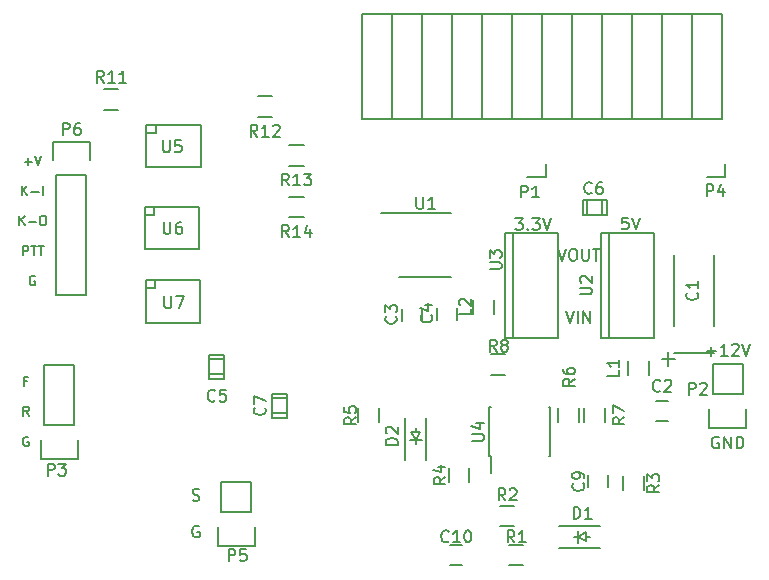
<source format=gto>
G04 #@! TF.FileFunction,Legend,Top*
%FSLAX46Y46*%
G04 Gerber Fmt 4.6, Leading zero omitted, Abs format (unit mm)*
G04 Created by KiCad (PCBNEW 4.0.1-stable) date 24/01/2016 09:13:41*
%MOMM*%
G01*
G04 APERTURE LIST*
%ADD10C,0.100000*%
%ADD11C,0.150000*%
%ADD12C,0.127000*%
G04 APERTURE END LIST*
D10*
D11*
X101142881Y-104641643D02*
X101752405Y-104641643D01*
X101447643Y-104946405D02*
X101447643Y-104336881D01*
X102019071Y-104146405D02*
X102285738Y-104946405D01*
X102552405Y-104146405D01*
X100895262Y-107486405D02*
X100895262Y-106686405D01*
X101352405Y-107486405D02*
X101009548Y-107029262D01*
X101352405Y-106686405D02*
X100895262Y-107143548D01*
X101695262Y-107181643D02*
X102304786Y-107181643D01*
X102685738Y-107486405D02*
X102685738Y-106686405D01*
X100666691Y-110026405D02*
X100666691Y-109226405D01*
X101123834Y-110026405D02*
X100780977Y-109569262D01*
X101123834Y-109226405D02*
X100666691Y-109683548D01*
X101466691Y-109721643D02*
X102076215Y-109721643D01*
X102609548Y-109226405D02*
X102761929Y-109226405D01*
X102838120Y-109264500D01*
X102914310Y-109340690D01*
X102952405Y-109493071D01*
X102952405Y-109759738D01*
X102914310Y-109912119D01*
X102838120Y-109988310D01*
X102761929Y-110026405D01*
X102609548Y-110026405D01*
X102533358Y-109988310D01*
X102457167Y-109912119D01*
X102419072Y-109759738D01*
X102419072Y-109493071D01*
X102457167Y-109340690D01*
X102533358Y-109264500D01*
X102609548Y-109226405D01*
X100971452Y-112566405D02*
X100971452Y-111766405D01*
X101276214Y-111766405D01*
X101352405Y-111804500D01*
X101390500Y-111842595D01*
X101428595Y-111918786D01*
X101428595Y-112033071D01*
X101390500Y-112109262D01*
X101352405Y-112147357D01*
X101276214Y-112185452D01*
X100971452Y-112185452D01*
X101657166Y-111766405D02*
X102114309Y-111766405D01*
X101885738Y-112566405D02*
X101885738Y-111766405D01*
X102266690Y-111766405D02*
X102723833Y-111766405D01*
X102495262Y-112566405D02*
X102495262Y-111766405D01*
X102000024Y-114344500D02*
X101923833Y-114306405D01*
X101809548Y-114306405D01*
X101695262Y-114344500D01*
X101619071Y-114420690D01*
X101580976Y-114496881D01*
X101542881Y-114649262D01*
X101542881Y-114763548D01*
X101580976Y-114915929D01*
X101619071Y-114992119D01*
X101695262Y-115068310D01*
X101809548Y-115106405D01*
X101885738Y-115106405D01*
X102000024Y-115068310D01*
X102038119Y-115030214D01*
X102038119Y-114763548D01*
X101885738Y-114763548D01*
X146288095Y-112002381D02*
X146621428Y-113002381D01*
X146954762Y-112002381D01*
X147478571Y-112002381D02*
X147669048Y-112002381D01*
X147764286Y-112050000D01*
X147859524Y-112145238D01*
X147907143Y-112335714D01*
X147907143Y-112669048D01*
X147859524Y-112859524D01*
X147764286Y-112954762D01*
X147669048Y-113002381D01*
X147478571Y-113002381D01*
X147383333Y-112954762D01*
X147288095Y-112859524D01*
X147240476Y-112669048D01*
X147240476Y-112335714D01*
X147288095Y-112145238D01*
X147383333Y-112050000D01*
X147478571Y-112002381D01*
X148335714Y-112002381D02*
X148335714Y-112811905D01*
X148383333Y-112907143D01*
X148430952Y-112954762D01*
X148526190Y-113002381D01*
X148716667Y-113002381D01*
X148811905Y-112954762D01*
X148859524Y-112907143D01*
X148907143Y-112811905D01*
X148907143Y-112002381D01*
X149240476Y-112002381D02*
X149811905Y-112002381D01*
X149526190Y-113002381D02*
X149526190Y-112002381D01*
X146954762Y-117252381D02*
X147288095Y-118252381D01*
X147621429Y-117252381D01*
X147954762Y-118252381D02*
X147954762Y-117252381D01*
X148430952Y-118252381D02*
X148430952Y-117252381D01*
X149002381Y-118252381D01*
X149002381Y-117252381D01*
X115347786Y-133284262D02*
X115490643Y-133331881D01*
X115728739Y-133331881D01*
X115823977Y-133284262D01*
X115871596Y-133236643D01*
X115919215Y-133141405D01*
X115919215Y-133046167D01*
X115871596Y-132950929D01*
X115823977Y-132903310D01*
X115728739Y-132855690D01*
X115538262Y-132808071D01*
X115443024Y-132760452D01*
X115395405Y-132712833D01*
X115347786Y-132617595D01*
X115347786Y-132522357D01*
X115395405Y-132427119D01*
X115443024Y-132379500D01*
X115538262Y-132331881D01*
X115776358Y-132331881D01*
X115919215Y-132379500D01*
X115895405Y-135479500D02*
X115800167Y-135431881D01*
X115657310Y-135431881D01*
X115514452Y-135479500D01*
X115419214Y-135574738D01*
X115371595Y-135669976D01*
X115323976Y-135860452D01*
X115323976Y-136003310D01*
X115371595Y-136193786D01*
X115419214Y-136289024D01*
X115514452Y-136384262D01*
X115657310Y-136431881D01*
X115752548Y-136431881D01*
X115895405Y-136384262D01*
X115943024Y-136336643D01*
X115943024Y-136003310D01*
X115752548Y-136003310D01*
X101333286Y-123196357D02*
X101066619Y-123196357D01*
X101066619Y-123615405D02*
X101066619Y-122815405D01*
X101447572Y-122815405D01*
X101466619Y-126155405D02*
X101199952Y-125774452D01*
X101009476Y-126155405D02*
X101009476Y-125355405D01*
X101314238Y-125355405D01*
X101390429Y-125393500D01*
X101428524Y-125431595D01*
X101466619Y-125507786D01*
X101466619Y-125622071D01*
X101428524Y-125698262D01*
X101390429Y-125736357D01*
X101314238Y-125774452D01*
X101009476Y-125774452D01*
X101428524Y-127933500D02*
X101352333Y-127895405D01*
X101238048Y-127895405D01*
X101123762Y-127933500D01*
X101047571Y-128009690D01*
X101009476Y-128085881D01*
X100971381Y-128238262D01*
X100971381Y-128352548D01*
X101009476Y-128504929D01*
X101047571Y-128581119D01*
X101123762Y-128657310D01*
X101238048Y-128695405D01*
X101314238Y-128695405D01*
X101428524Y-128657310D01*
X101466619Y-128619214D01*
X101466619Y-128352548D01*
X101314238Y-128352548D01*
X152209524Y-109352381D02*
X151733333Y-109352381D01*
X151685714Y-109828571D01*
X151733333Y-109780952D01*
X151828571Y-109733333D01*
X152066667Y-109733333D01*
X152161905Y-109780952D01*
X152209524Y-109828571D01*
X152257143Y-109923810D01*
X152257143Y-110161905D01*
X152209524Y-110257143D01*
X152161905Y-110304762D01*
X152066667Y-110352381D01*
X151828571Y-110352381D01*
X151733333Y-110304762D01*
X151685714Y-110257143D01*
X152542857Y-109352381D02*
X152876190Y-110352381D01*
X153209524Y-109352381D01*
X142673810Y-109402381D02*
X143292858Y-109402381D01*
X142959524Y-109783333D01*
X143102382Y-109783333D01*
X143197620Y-109830952D01*
X143245239Y-109878571D01*
X143292858Y-109973810D01*
X143292858Y-110211905D01*
X143245239Y-110307143D01*
X143197620Y-110354762D01*
X143102382Y-110402381D01*
X142816667Y-110402381D01*
X142721429Y-110354762D01*
X142673810Y-110307143D01*
X143721429Y-110307143D02*
X143769048Y-110354762D01*
X143721429Y-110402381D01*
X143673810Y-110354762D01*
X143721429Y-110307143D01*
X143721429Y-110402381D01*
X144102381Y-109402381D02*
X144721429Y-109402381D01*
X144388095Y-109783333D01*
X144530953Y-109783333D01*
X144626191Y-109830952D01*
X144673810Y-109878571D01*
X144721429Y-109973810D01*
X144721429Y-110211905D01*
X144673810Y-110307143D01*
X144626191Y-110354762D01*
X144530953Y-110402381D01*
X144245238Y-110402381D01*
X144150000Y-110354762D01*
X144102381Y-110307143D01*
X145007143Y-109402381D02*
X145340476Y-110402381D01*
X145673810Y-109402381D01*
X159888096Y-127950000D02*
X159792858Y-127902381D01*
X159650001Y-127902381D01*
X159507143Y-127950000D01*
X159411905Y-128045238D01*
X159364286Y-128140476D01*
X159316667Y-128330952D01*
X159316667Y-128473810D01*
X159364286Y-128664286D01*
X159411905Y-128759524D01*
X159507143Y-128854762D01*
X159650001Y-128902381D01*
X159745239Y-128902381D01*
X159888096Y-128854762D01*
X159935715Y-128807143D01*
X159935715Y-128473810D01*
X159745239Y-128473810D01*
X160364286Y-128902381D02*
X160364286Y-127902381D01*
X160935715Y-128902381D01*
X160935715Y-127902381D01*
X161411905Y-128902381D02*
X161411905Y-127902381D01*
X161650000Y-127902381D01*
X161792858Y-127950000D01*
X161888096Y-128045238D01*
X161935715Y-128140476D01*
X161983334Y-128330952D01*
X161983334Y-128473810D01*
X161935715Y-128664286D01*
X161888096Y-128759524D01*
X161792858Y-128854762D01*
X161650000Y-128902381D01*
X161411905Y-128902381D01*
X158888095Y-120671429D02*
X159650000Y-120671429D01*
X159269048Y-121052381D02*
X159269048Y-120290476D01*
X160650000Y-121052381D02*
X160078571Y-121052381D01*
X160364285Y-121052381D02*
X160364285Y-120052381D01*
X160269047Y-120195238D01*
X160173809Y-120290476D01*
X160078571Y-120338095D01*
X161030952Y-120147619D02*
X161078571Y-120100000D01*
X161173809Y-120052381D01*
X161411905Y-120052381D01*
X161507143Y-120100000D01*
X161554762Y-120147619D01*
X161602381Y-120242857D01*
X161602381Y-120338095D01*
X161554762Y-120480952D01*
X160983333Y-121052381D01*
X161602381Y-121052381D01*
X161888095Y-120052381D02*
X162221428Y-121052381D01*
X162554762Y-120052381D01*
X156100740Y-120800180D02*
X159499260Y-120800180D01*
X159499260Y-112550260D02*
X159499260Y-118549740D01*
X156100740Y-112550260D02*
X156100740Y-118549740D01*
X155097440Y-121303100D02*
X156197260Y-121303100D01*
X155597820Y-121902540D02*
X155597820Y-120703660D01*
X137750000Y-118050000D02*
X137750000Y-117050000D01*
X136050000Y-117050000D02*
X136050000Y-118050000D01*
X134750000Y-118100000D02*
X134750000Y-117100000D01*
X133050000Y-117100000D02*
X133050000Y-118100000D01*
X155600000Y-124900000D02*
X154600000Y-124900000D01*
X154600000Y-126600000D02*
X155600000Y-126600000D01*
D12*
X116776500Y-121348500D02*
X118046500Y-121348500D01*
X116776500Y-122618500D02*
X118021100Y-122618500D01*
X116776500Y-122999500D02*
X116776500Y-120967500D01*
X116776500Y-120967500D02*
X118046500Y-120967500D01*
X118046500Y-120967500D02*
X118046500Y-122999500D01*
X118046500Y-122999500D02*
X116776500Y-122999500D01*
X148765000Y-109135000D02*
X148765000Y-107865000D01*
X150035000Y-109135000D02*
X150035000Y-107890400D01*
X150416000Y-109135000D02*
X148384000Y-109135000D01*
X148384000Y-109135000D02*
X148384000Y-107865000D01*
X148384000Y-107865000D02*
X150416000Y-107865000D01*
X150416000Y-107865000D02*
X150416000Y-109135000D01*
X122047000Y-124650500D02*
X123317000Y-124650500D01*
X122047000Y-125920500D02*
X123291600Y-125920500D01*
X122047000Y-126301500D02*
X122047000Y-124269500D01*
X122047000Y-124269500D02*
X123317000Y-124269500D01*
X123317000Y-124269500D02*
X123317000Y-126301500D01*
X123317000Y-126301500D02*
X122047000Y-126301500D01*
D11*
X159380000Y-124330000D02*
X159380000Y-121790000D01*
X159100000Y-127150000D02*
X159100000Y-125600000D01*
X159380000Y-124330000D02*
X161920000Y-124330000D01*
X162200000Y-125600000D02*
X162200000Y-127150000D01*
X162200000Y-127150000D02*
X159100000Y-127150000D01*
X161920000Y-124330000D02*
X161920000Y-121790000D01*
X161920000Y-121790000D02*
X159380000Y-121790000D01*
X105346500Y-126936500D02*
X105346500Y-121856500D01*
X105346500Y-121856500D02*
X102806500Y-121856500D01*
X102806500Y-121856500D02*
X102806500Y-126936500D01*
X102526500Y-129756500D02*
X102526500Y-128206500D01*
X102806500Y-126936500D02*
X105346500Y-126936500D01*
X105626500Y-128206500D02*
X105626500Y-129756500D01*
X105626500Y-129756500D02*
X102526500Y-129756500D01*
X129730000Y-92160000D02*
X129730000Y-100990000D01*
X132270000Y-92160000D02*
X129730000Y-92160000D01*
X132270000Y-100990000D02*
X129730000Y-100990000D01*
X129730000Y-100990000D02*
X129730000Y-92160000D01*
X132270000Y-100990000D02*
X132270000Y-92160000D01*
X134810000Y-100990000D02*
X132270000Y-100990000D01*
X134810000Y-92160000D02*
X132270000Y-92160000D01*
X132270000Y-92160000D02*
X132270000Y-100990000D01*
X134810000Y-92160000D02*
X134810000Y-100990000D01*
X137350000Y-92160000D02*
X134810000Y-92160000D01*
X137350000Y-100990000D02*
X134810000Y-100990000D01*
X134810000Y-100990000D02*
X134810000Y-92160000D01*
X137350000Y-100990000D02*
X137350000Y-92160000D01*
X139890000Y-100990000D02*
X137350000Y-100990000D01*
X139890000Y-92160000D02*
X137350000Y-92160000D01*
X137350000Y-92160000D02*
X137350000Y-100990000D01*
X139890000Y-92160000D02*
X139890000Y-100990000D01*
X142430000Y-92160000D02*
X139890000Y-92160000D01*
X142430000Y-100990000D02*
X139890000Y-100990000D01*
X139890000Y-100990000D02*
X139890000Y-92160000D01*
X142430000Y-100990000D02*
X142430000Y-92160000D01*
X144970000Y-100990000D02*
X142430000Y-100990000D01*
X143700000Y-105950000D02*
X145250000Y-105950000D01*
X145250000Y-105950000D02*
X145250000Y-104800000D01*
X144970000Y-100990000D02*
X144970000Y-92160000D01*
X144970000Y-92160000D02*
X142430000Y-92160000D01*
X142430000Y-92160000D02*
X142430000Y-100990000D01*
X144930000Y-92160000D02*
X144930000Y-100990000D01*
X147470000Y-92160000D02*
X144930000Y-92160000D01*
X147470000Y-100990000D02*
X144930000Y-100990000D01*
X144930000Y-100990000D02*
X144930000Y-92160000D01*
X147470000Y-100990000D02*
X147470000Y-92160000D01*
X150010000Y-100990000D02*
X147470000Y-100990000D01*
X150010000Y-92160000D02*
X147470000Y-92160000D01*
X147470000Y-92160000D02*
X147470000Y-100990000D01*
X150010000Y-92160000D02*
X150010000Y-100990000D01*
X152550000Y-92160000D02*
X150010000Y-92160000D01*
X152550000Y-100990000D02*
X150010000Y-100990000D01*
X150010000Y-100990000D02*
X150010000Y-92160000D01*
X152550000Y-100990000D02*
X152550000Y-92160000D01*
X155090000Y-100990000D02*
X152550000Y-100990000D01*
X155090000Y-92160000D02*
X152550000Y-92160000D01*
X152550000Y-92160000D02*
X152550000Y-100990000D01*
X155090000Y-92160000D02*
X155090000Y-100990000D01*
X157630000Y-92160000D02*
X155090000Y-92160000D01*
X157630000Y-100990000D02*
X155090000Y-100990000D01*
X155090000Y-100990000D02*
X155090000Y-92160000D01*
X157630000Y-100990000D02*
X157630000Y-92160000D01*
X160170000Y-100990000D02*
X157630000Y-100990000D01*
X158900000Y-105950000D02*
X160450000Y-105950000D01*
X160450000Y-105950000D02*
X160450000Y-104800000D01*
X160170000Y-100990000D02*
X160170000Y-92160000D01*
X160170000Y-92160000D02*
X157630000Y-92160000D01*
X157630000Y-92160000D02*
X157630000Y-100990000D01*
X150595000Y-119545000D02*
X149960000Y-119545000D01*
X149960000Y-119545000D02*
X149960000Y-110655000D01*
X149960000Y-110655000D02*
X150595000Y-110655000D01*
X154405000Y-119545000D02*
X150595000Y-119545000D01*
X150595000Y-119545000D02*
X150595000Y-110655000D01*
X150595000Y-110655000D02*
X154405000Y-110655000D01*
X154405000Y-110655000D02*
X154405000Y-119545000D01*
X142445000Y-119595000D02*
X141810000Y-119595000D01*
X141810000Y-119595000D02*
X141810000Y-110705000D01*
X141810000Y-110705000D02*
X142445000Y-110705000D01*
X146255000Y-119595000D02*
X142445000Y-119595000D01*
X142445000Y-119595000D02*
X142445000Y-110705000D01*
X142445000Y-110705000D02*
X146255000Y-110705000D01*
X146255000Y-110705000D02*
X146255000Y-119595000D01*
X148800000Y-131150000D02*
X148800000Y-132150000D01*
X150500000Y-132150000D02*
X150500000Y-131150000D01*
X117792500Y-134302500D02*
X117792500Y-131762500D01*
X117512500Y-137122500D02*
X117512500Y-135572500D01*
X117792500Y-134302500D02*
X120332500Y-134302500D01*
X120612500Y-135572500D02*
X120612500Y-137122500D01*
X120612500Y-137122500D02*
X117512500Y-137122500D01*
X120332500Y-134302500D02*
X120332500Y-131762500D01*
X120332500Y-131762500D02*
X117792500Y-131762500D01*
X143348000Y-138797000D02*
X142148000Y-138797000D01*
X142148000Y-137047000D02*
X143348000Y-137047000D01*
X141386000Y-133745000D02*
X142586000Y-133745000D01*
X142586000Y-135495000D02*
X141386000Y-135495000D01*
X153525000Y-131200000D02*
X153525000Y-132400000D01*
X151775000Y-132400000D02*
X151775000Y-131200000D01*
X137025000Y-131750000D02*
X137025000Y-130550000D01*
X138775000Y-130550000D02*
X138775000Y-131750000D01*
X129375000Y-126700000D02*
X129375000Y-125500000D01*
X131125000Y-125500000D02*
X131125000Y-126700000D01*
X146275000Y-126700000D02*
X146275000Y-125500000D01*
X148025000Y-125500000D02*
X148025000Y-126700000D01*
X148475000Y-126700000D02*
X148475000Y-125500000D01*
X150225000Y-125500000D02*
X150225000Y-126700000D01*
X141800000Y-122675000D02*
X140600000Y-122675000D01*
X140600000Y-120925000D02*
X141800000Y-120925000D01*
X132850000Y-114425000D02*
X137250000Y-114425000D01*
X131275000Y-108975000D02*
X137250000Y-108975000D01*
X140475000Y-129575000D02*
X140620000Y-129575000D01*
X140475000Y-125425000D02*
X140620000Y-125425000D01*
X145625000Y-125425000D02*
X145480000Y-125425000D01*
X145625000Y-129575000D02*
X145480000Y-129575000D01*
X140475000Y-129575000D02*
X140475000Y-125425000D01*
X145625000Y-129575000D02*
X145625000Y-125425000D01*
X140620000Y-129575000D02*
X140620000Y-130975000D01*
X137168000Y-138772000D02*
X138168000Y-138772000D01*
X138168000Y-137072000D02*
X137168000Y-137072000D01*
X148653500Y-136398000D02*
X149034500Y-136398000D01*
X147637500Y-136398000D02*
X148018500Y-136398000D01*
X148018500Y-136398000D02*
X148653500Y-136017000D01*
X148653500Y-136017000D02*
X148653500Y-136779000D01*
X148653500Y-136779000D02*
X148018500Y-136398000D01*
X148018500Y-135890000D02*
X148018500Y-136906000D01*
X146336000Y-137298000D02*
X149876000Y-137298000D01*
X146336000Y-135498000D02*
X149876000Y-135498000D01*
X134250000Y-127532500D02*
X134250000Y-127151500D01*
X134250000Y-128548500D02*
X134250000Y-128167500D01*
X134250000Y-128167500D02*
X133869000Y-127532500D01*
X133869000Y-127532500D02*
X134631000Y-127532500D01*
X134631000Y-127532500D02*
X134250000Y-128167500D01*
X133742000Y-128167500D02*
X134758000Y-128167500D01*
X135150000Y-129850000D02*
X135150000Y-126310000D01*
X133350000Y-129850000D02*
X133350000Y-126310000D01*
X153975000Y-121500000D02*
X153975000Y-122700000D01*
X152225000Y-122700000D02*
X152225000Y-121500000D01*
X139125000Y-117550000D02*
X139125000Y-116350000D01*
X140875000Y-116350000D02*
X140875000Y-117550000D01*
X103542500Y-104521000D02*
X103542500Y-102971000D01*
X103542500Y-102971000D02*
X106642500Y-102971000D01*
X106642500Y-102971000D02*
X106642500Y-104521000D01*
X106362500Y-105791000D02*
X106362500Y-115951000D01*
X106362500Y-115951000D02*
X103822500Y-115951000D01*
X103822500Y-115951000D02*
X103822500Y-105791000D01*
X106362500Y-105791000D02*
X103822500Y-105791000D01*
X107858000Y-98502500D02*
X109058000Y-98502500D01*
X109058000Y-100252500D02*
X107858000Y-100252500D01*
X120875500Y-99074000D02*
X122075500Y-99074000D01*
X122075500Y-100824000D02*
X120875500Y-100824000D01*
X123542500Y-103201500D02*
X124742500Y-103201500D01*
X124742500Y-104951500D02*
X123542500Y-104951500D01*
X123542500Y-107583000D02*
X124742500Y-107583000D01*
X124742500Y-109333000D02*
X123542500Y-109333000D01*
X112227360Y-101513640D02*
X112227360Y-102214680D01*
X112227360Y-102214680D02*
X111427260Y-102214680D01*
X116029740Y-101513640D02*
X111427260Y-101513640D01*
X111427260Y-101513640D02*
X111427260Y-105115360D01*
X111427260Y-105115360D02*
X116029740Y-105115360D01*
X116029740Y-105115360D02*
X116029740Y-101513640D01*
X112100360Y-108435140D02*
X112100360Y-109136180D01*
X112100360Y-109136180D02*
X111300260Y-109136180D01*
X115902740Y-108435140D02*
X111300260Y-108435140D01*
X111300260Y-108435140D02*
X111300260Y-112036860D01*
X111300260Y-112036860D02*
X115902740Y-112036860D01*
X115902740Y-112036860D02*
X115902740Y-108435140D01*
X112163860Y-114658140D02*
X112163860Y-115359180D01*
X112163860Y-115359180D02*
X111363760Y-115359180D01*
X115966240Y-114658140D02*
X111363760Y-114658140D01*
X111363760Y-114658140D02*
X111363760Y-118259860D01*
X111363760Y-118259860D02*
X115966240Y-118259860D01*
X115966240Y-118259860D02*
X115966240Y-114658140D01*
X158057143Y-115716666D02*
X158104762Y-115764285D01*
X158152381Y-115907142D01*
X158152381Y-116002380D01*
X158104762Y-116145238D01*
X158009524Y-116240476D01*
X157914286Y-116288095D01*
X157723810Y-116335714D01*
X157580952Y-116335714D01*
X157390476Y-116288095D01*
X157295238Y-116240476D01*
X157200000Y-116145238D01*
X157152381Y-116002380D01*
X157152381Y-115907142D01*
X157200000Y-115764285D01*
X157247619Y-115716666D01*
X158152381Y-114764285D02*
X158152381Y-115335714D01*
X158152381Y-115050000D02*
X157152381Y-115050000D01*
X157295238Y-115145238D01*
X157390476Y-115240476D01*
X157438095Y-115335714D01*
X135557143Y-117616666D02*
X135604762Y-117664285D01*
X135652381Y-117807142D01*
X135652381Y-117902380D01*
X135604762Y-118045238D01*
X135509524Y-118140476D01*
X135414286Y-118188095D01*
X135223810Y-118235714D01*
X135080952Y-118235714D01*
X134890476Y-118188095D01*
X134795238Y-118140476D01*
X134700000Y-118045238D01*
X134652381Y-117902380D01*
X134652381Y-117807142D01*
X134700000Y-117664285D01*
X134747619Y-117616666D01*
X134985714Y-116759523D02*
X135652381Y-116759523D01*
X134604762Y-116997619D02*
X135319048Y-117235714D01*
X135319048Y-116616666D01*
X132557143Y-117716666D02*
X132604762Y-117764285D01*
X132652381Y-117907142D01*
X132652381Y-118002380D01*
X132604762Y-118145238D01*
X132509524Y-118240476D01*
X132414286Y-118288095D01*
X132223810Y-118335714D01*
X132080952Y-118335714D01*
X131890476Y-118288095D01*
X131795238Y-118240476D01*
X131700000Y-118145238D01*
X131652381Y-118002380D01*
X131652381Y-117907142D01*
X131700000Y-117764285D01*
X131747619Y-117716666D01*
X131652381Y-117383333D02*
X131652381Y-116764285D01*
X132033333Y-117097619D01*
X132033333Y-116954761D01*
X132080952Y-116859523D01*
X132128571Y-116811904D01*
X132223810Y-116764285D01*
X132461905Y-116764285D01*
X132557143Y-116811904D01*
X132604762Y-116859523D01*
X132652381Y-116954761D01*
X132652381Y-117240476D01*
X132604762Y-117335714D01*
X132557143Y-117383333D01*
X154933334Y-124007143D02*
X154885715Y-124054762D01*
X154742858Y-124102381D01*
X154647620Y-124102381D01*
X154504762Y-124054762D01*
X154409524Y-123959524D01*
X154361905Y-123864286D01*
X154314286Y-123673810D01*
X154314286Y-123530952D01*
X154361905Y-123340476D01*
X154409524Y-123245238D01*
X154504762Y-123150000D01*
X154647620Y-123102381D01*
X154742858Y-123102381D01*
X154885715Y-123150000D01*
X154933334Y-123197619D01*
X155314286Y-123197619D02*
X155361905Y-123150000D01*
X155457143Y-123102381D01*
X155695239Y-123102381D01*
X155790477Y-123150000D01*
X155838096Y-123197619D01*
X155885715Y-123292857D01*
X155885715Y-123388095D01*
X155838096Y-123530952D01*
X155266667Y-124102381D01*
X155885715Y-124102381D01*
X117244834Y-124840643D02*
X117197215Y-124888262D01*
X117054358Y-124935881D01*
X116959120Y-124935881D01*
X116816262Y-124888262D01*
X116721024Y-124793024D01*
X116673405Y-124697786D01*
X116625786Y-124507310D01*
X116625786Y-124364452D01*
X116673405Y-124173976D01*
X116721024Y-124078738D01*
X116816262Y-123983500D01*
X116959120Y-123935881D01*
X117054358Y-123935881D01*
X117197215Y-123983500D01*
X117244834Y-124031119D01*
X118149596Y-123935881D02*
X117673405Y-123935881D01*
X117625786Y-124412071D01*
X117673405Y-124364452D01*
X117768643Y-124316833D01*
X118006739Y-124316833D01*
X118101977Y-124364452D01*
X118149596Y-124412071D01*
X118197215Y-124507310D01*
X118197215Y-124745405D01*
X118149596Y-124840643D01*
X118101977Y-124888262D01*
X118006739Y-124935881D01*
X117768643Y-124935881D01*
X117673405Y-124888262D01*
X117625786Y-124840643D01*
X149133334Y-107257143D02*
X149085715Y-107304762D01*
X148942858Y-107352381D01*
X148847620Y-107352381D01*
X148704762Y-107304762D01*
X148609524Y-107209524D01*
X148561905Y-107114286D01*
X148514286Y-106923810D01*
X148514286Y-106780952D01*
X148561905Y-106590476D01*
X148609524Y-106495238D01*
X148704762Y-106400000D01*
X148847620Y-106352381D01*
X148942858Y-106352381D01*
X149085715Y-106400000D01*
X149133334Y-106447619D01*
X149990477Y-106352381D02*
X149800000Y-106352381D01*
X149704762Y-106400000D01*
X149657143Y-106447619D01*
X149561905Y-106590476D01*
X149514286Y-106780952D01*
X149514286Y-107161905D01*
X149561905Y-107257143D01*
X149609524Y-107304762D01*
X149704762Y-107352381D01*
X149895239Y-107352381D01*
X149990477Y-107304762D01*
X150038096Y-107257143D01*
X150085715Y-107161905D01*
X150085715Y-106923810D01*
X150038096Y-106828571D01*
X149990477Y-106780952D01*
X149895239Y-106733333D01*
X149704762Y-106733333D01*
X149609524Y-106780952D01*
X149561905Y-106828571D01*
X149514286Y-106923810D01*
X121439143Y-125452166D02*
X121486762Y-125499785D01*
X121534381Y-125642642D01*
X121534381Y-125737880D01*
X121486762Y-125880738D01*
X121391524Y-125975976D01*
X121296286Y-126023595D01*
X121105810Y-126071214D01*
X120962952Y-126071214D01*
X120772476Y-126023595D01*
X120677238Y-125975976D01*
X120582000Y-125880738D01*
X120534381Y-125737880D01*
X120534381Y-125642642D01*
X120582000Y-125499785D01*
X120629619Y-125452166D01*
X120534381Y-125118833D02*
X120534381Y-124452166D01*
X121534381Y-124880738D01*
X157361905Y-124352381D02*
X157361905Y-123352381D01*
X157742858Y-123352381D01*
X157838096Y-123400000D01*
X157885715Y-123447619D01*
X157933334Y-123542857D01*
X157933334Y-123685714D01*
X157885715Y-123780952D01*
X157838096Y-123828571D01*
X157742858Y-123876190D01*
X157361905Y-123876190D01*
X158314286Y-123447619D02*
X158361905Y-123400000D01*
X158457143Y-123352381D01*
X158695239Y-123352381D01*
X158790477Y-123400000D01*
X158838096Y-123447619D01*
X158885715Y-123542857D01*
X158885715Y-123638095D01*
X158838096Y-123780952D01*
X158266667Y-124352381D01*
X158885715Y-124352381D01*
X103084405Y-131198881D02*
X103084405Y-130198881D01*
X103465358Y-130198881D01*
X103560596Y-130246500D01*
X103608215Y-130294119D01*
X103655834Y-130389357D01*
X103655834Y-130532214D01*
X103608215Y-130627452D01*
X103560596Y-130675071D01*
X103465358Y-130722690D01*
X103084405Y-130722690D01*
X103989167Y-130198881D02*
X104608215Y-130198881D01*
X104274881Y-130579833D01*
X104417739Y-130579833D01*
X104512977Y-130627452D01*
X104560596Y-130675071D01*
X104608215Y-130770310D01*
X104608215Y-131008405D01*
X104560596Y-131103643D01*
X104512977Y-131151262D01*
X104417739Y-131198881D01*
X104132024Y-131198881D01*
X104036786Y-131151262D01*
X103989167Y-131103643D01*
X143161905Y-107652381D02*
X143161905Y-106652381D01*
X143542858Y-106652381D01*
X143638096Y-106700000D01*
X143685715Y-106747619D01*
X143733334Y-106842857D01*
X143733334Y-106985714D01*
X143685715Y-107080952D01*
X143638096Y-107128571D01*
X143542858Y-107176190D01*
X143161905Y-107176190D01*
X144685715Y-107652381D02*
X144114286Y-107652381D01*
X144400000Y-107652381D02*
X144400000Y-106652381D01*
X144304762Y-106795238D01*
X144209524Y-106890476D01*
X144114286Y-106938095D01*
X158861905Y-107552381D02*
X158861905Y-106552381D01*
X159242858Y-106552381D01*
X159338096Y-106600000D01*
X159385715Y-106647619D01*
X159433334Y-106742857D01*
X159433334Y-106885714D01*
X159385715Y-106980952D01*
X159338096Y-107028571D01*
X159242858Y-107076190D01*
X158861905Y-107076190D01*
X160290477Y-106885714D02*
X160290477Y-107552381D01*
X160052381Y-106504762D02*
X159814286Y-107219048D01*
X160433334Y-107219048D01*
X148142381Y-115861905D02*
X148951905Y-115861905D01*
X149047143Y-115814286D01*
X149094762Y-115766667D01*
X149142381Y-115671429D01*
X149142381Y-115480952D01*
X149094762Y-115385714D01*
X149047143Y-115338095D01*
X148951905Y-115290476D01*
X148142381Y-115290476D01*
X148237619Y-114861905D02*
X148190000Y-114814286D01*
X148142381Y-114719048D01*
X148142381Y-114480952D01*
X148190000Y-114385714D01*
X148237619Y-114338095D01*
X148332857Y-114290476D01*
X148428095Y-114290476D01*
X148570952Y-114338095D01*
X149142381Y-114909524D01*
X149142381Y-114290476D01*
X140502381Y-113711905D02*
X141311905Y-113711905D01*
X141407143Y-113664286D01*
X141454762Y-113616667D01*
X141502381Y-113521429D01*
X141502381Y-113330952D01*
X141454762Y-113235714D01*
X141407143Y-113188095D01*
X141311905Y-113140476D01*
X140502381Y-113140476D01*
X140502381Y-112759524D02*
X140502381Y-112140476D01*
X140883333Y-112473810D01*
X140883333Y-112330952D01*
X140930952Y-112235714D01*
X140978571Y-112188095D01*
X141073810Y-112140476D01*
X141311905Y-112140476D01*
X141407143Y-112188095D01*
X141454762Y-112235714D01*
X141502381Y-112330952D01*
X141502381Y-112616667D01*
X141454762Y-112711905D01*
X141407143Y-112759524D01*
X148407143Y-131866666D02*
X148454762Y-131914285D01*
X148502381Y-132057142D01*
X148502381Y-132152380D01*
X148454762Y-132295238D01*
X148359524Y-132390476D01*
X148264286Y-132438095D01*
X148073810Y-132485714D01*
X147930952Y-132485714D01*
X147740476Y-132438095D01*
X147645238Y-132390476D01*
X147550000Y-132295238D01*
X147502381Y-132152380D01*
X147502381Y-132057142D01*
X147550000Y-131914285D01*
X147597619Y-131866666D01*
X148502381Y-131390476D02*
X148502381Y-131200000D01*
X148454762Y-131104761D01*
X148407143Y-131057142D01*
X148264286Y-130961904D01*
X148073810Y-130914285D01*
X147692857Y-130914285D01*
X147597619Y-130961904D01*
X147550000Y-131009523D01*
X147502381Y-131104761D01*
X147502381Y-131295238D01*
X147550000Y-131390476D01*
X147597619Y-131438095D01*
X147692857Y-131485714D01*
X147930952Y-131485714D01*
X148026190Y-131438095D01*
X148073810Y-131390476D01*
X148121429Y-131295238D01*
X148121429Y-131104761D01*
X148073810Y-131009523D01*
X148026190Y-130961904D01*
X147930952Y-130914285D01*
X118387905Y-138437881D02*
X118387905Y-137437881D01*
X118768858Y-137437881D01*
X118864096Y-137485500D01*
X118911715Y-137533119D01*
X118959334Y-137628357D01*
X118959334Y-137771214D01*
X118911715Y-137866452D01*
X118864096Y-137914071D01*
X118768858Y-137961690D01*
X118387905Y-137961690D01*
X119864096Y-137437881D02*
X119387905Y-137437881D01*
X119340286Y-137914071D01*
X119387905Y-137866452D01*
X119483143Y-137818833D01*
X119721239Y-137818833D01*
X119816477Y-137866452D01*
X119864096Y-137914071D01*
X119911715Y-138009310D01*
X119911715Y-138247405D01*
X119864096Y-138342643D01*
X119816477Y-138390262D01*
X119721239Y-138437881D01*
X119483143Y-138437881D01*
X119387905Y-138390262D01*
X119340286Y-138342643D01*
X142581334Y-136850381D02*
X142248000Y-136374190D01*
X142009905Y-136850381D02*
X142009905Y-135850381D01*
X142390858Y-135850381D01*
X142486096Y-135898000D01*
X142533715Y-135945619D01*
X142581334Y-136040857D01*
X142581334Y-136183714D01*
X142533715Y-136278952D01*
X142486096Y-136326571D01*
X142390858Y-136374190D01*
X142009905Y-136374190D01*
X143533715Y-136850381D02*
X142962286Y-136850381D01*
X143248000Y-136850381D02*
X143248000Y-135850381D01*
X143152762Y-135993238D01*
X143057524Y-136088476D01*
X142962286Y-136136095D01*
X141819334Y-133294381D02*
X141486000Y-132818190D01*
X141247905Y-133294381D02*
X141247905Y-132294381D01*
X141628858Y-132294381D01*
X141724096Y-132342000D01*
X141771715Y-132389619D01*
X141819334Y-132484857D01*
X141819334Y-132627714D01*
X141771715Y-132722952D01*
X141724096Y-132770571D01*
X141628858Y-132818190D01*
X141247905Y-132818190D01*
X142200286Y-132389619D02*
X142247905Y-132342000D01*
X142343143Y-132294381D01*
X142581239Y-132294381D01*
X142676477Y-132342000D01*
X142724096Y-132389619D01*
X142771715Y-132484857D01*
X142771715Y-132580095D01*
X142724096Y-132722952D01*
X142152667Y-133294381D01*
X142771715Y-133294381D01*
X154852381Y-132016666D02*
X154376190Y-132350000D01*
X154852381Y-132588095D02*
X153852381Y-132588095D01*
X153852381Y-132207142D01*
X153900000Y-132111904D01*
X153947619Y-132064285D01*
X154042857Y-132016666D01*
X154185714Y-132016666D01*
X154280952Y-132064285D01*
X154328571Y-132111904D01*
X154376190Y-132207142D01*
X154376190Y-132588095D01*
X153852381Y-131683333D02*
X153852381Y-131064285D01*
X154233333Y-131397619D01*
X154233333Y-131254761D01*
X154280952Y-131159523D01*
X154328571Y-131111904D01*
X154423810Y-131064285D01*
X154661905Y-131064285D01*
X154757143Y-131111904D01*
X154804762Y-131159523D01*
X154852381Y-131254761D01*
X154852381Y-131540476D01*
X154804762Y-131635714D01*
X154757143Y-131683333D01*
X136752381Y-131316666D02*
X136276190Y-131650000D01*
X136752381Y-131888095D02*
X135752381Y-131888095D01*
X135752381Y-131507142D01*
X135800000Y-131411904D01*
X135847619Y-131364285D01*
X135942857Y-131316666D01*
X136085714Y-131316666D01*
X136180952Y-131364285D01*
X136228571Y-131411904D01*
X136276190Y-131507142D01*
X136276190Y-131888095D01*
X136085714Y-130459523D02*
X136752381Y-130459523D01*
X135704762Y-130697619D02*
X136419048Y-130935714D01*
X136419048Y-130316666D01*
X129202381Y-126266666D02*
X128726190Y-126600000D01*
X129202381Y-126838095D02*
X128202381Y-126838095D01*
X128202381Y-126457142D01*
X128250000Y-126361904D01*
X128297619Y-126314285D01*
X128392857Y-126266666D01*
X128535714Y-126266666D01*
X128630952Y-126314285D01*
X128678571Y-126361904D01*
X128726190Y-126457142D01*
X128726190Y-126838095D01*
X128202381Y-125361904D02*
X128202381Y-125838095D01*
X128678571Y-125885714D01*
X128630952Y-125838095D01*
X128583333Y-125742857D01*
X128583333Y-125504761D01*
X128630952Y-125409523D01*
X128678571Y-125361904D01*
X128773810Y-125314285D01*
X129011905Y-125314285D01*
X129107143Y-125361904D01*
X129154762Y-125409523D01*
X129202381Y-125504761D01*
X129202381Y-125742857D01*
X129154762Y-125838095D01*
X129107143Y-125885714D01*
X147702381Y-123016666D02*
X147226190Y-123350000D01*
X147702381Y-123588095D02*
X146702381Y-123588095D01*
X146702381Y-123207142D01*
X146750000Y-123111904D01*
X146797619Y-123064285D01*
X146892857Y-123016666D01*
X147035714Y-123016666D01*
X147130952Y-123064285D01*
X147178571Y-123111904D01*
X147226190Y-123207142D01*
X147226190Y-123588095D01*
X146702381Y-122159523D02*
X146702381Y-122350000D01*
X146750000Y-122445238D01*
X146797619Y-122492857D01*
X146940476Y-122588095D01*
X147130952Y-122635714D01*
X147511905Y-122635714D01*
X147607143Y-122588095D01*
X147654762Y-122540476D01*
X147702381Y-122445238D01*
X147702381Y-122254761D01*
X147654762Y-122159523D01*
X147607143Y-122111904D01*
X147511905Y-122064285D01*
X147273810Y-122064285D01*
X147178571Y-122111904D01*
X147130952Y-122159523D01*
X147083333Y-122254761D01*
X147083333Y-122445238D01*
X147130952Y-122540476D01*
X147178571Y-122588095D01*
X147273810Y-122635714D01*
X151902381Y-126266666D02*
X151426190Y-126600000D01*
X151902381Y-126838095D02*
X150902381Y-126838095D01*
X150902381Y-126457142D01*
X150950000Y-126361904D01*
X150997619Y-126314285D01*
X151092857Y-126266666D01*
X151235714Y-126266666D01*
X151330952Y-126314285D01*
X151378571Y-126361904D01*
X151426190Y-126457142D01*
X151426190Y-126838095D01*
X150902381Y-125933333D02*
X150902381Y-125266666D01*
X151902381Y-125695238D01*
X141083334Y-120702381D02*
X140750000Y-120226190D01*
X140511905Y-120702381D02*
X140511905Y-119702381D01*
X140892858Y-119702381D01*
X140988096Y-119750000D01*
X141035715Y-119797619D01*
X141083334Y-119892857D01*
X141083334Y-120035714D01*
X141035715Y-120130952D01*
X140988096Y-120178571D01*
X140892858Y-120226190D01*
X140511905Y-120226190D01*
X141654762Y-120130952D02*
X141559524Y-120083333D01*
X141511905Y-120035714D01*
X141464286Y-119940476D01*
X141464286Y-119892857D01*
X141511905Y-119797619D01*
X141559524Y-119750000D01*
X141654762Y-119702381D01*
X141845239Y-119702381D01*
X141940477Y-119750000D01*
X141988096Y-119797619D01*
X142035715Y-119892857D01*
X142035715Y-119940476D01*
X141988096Y-120035714D01*
X141940477Y-120083333D01*
X141845239Y-120130952D01*
X141654762Y-120130952D01*
X141559524Y-120178571D01*
X141511905Y-120226190D01*
X141464286Y-120321429D01*
X141464286Y-120511905D01*
X141511905Y-120607143D01*
X141559524Y-120654762D01*
X141654762Y-120702381D01*
X141845239Y-120702381D01*
X141940477Y-120654762D01*
X141988096Y-120607143D01*
X142035715Y-120511905D01*
X142035715Y-120321429D01*
X141988096Y-120226190D01*
X141940477Y-120178571D01*
X141845239Y-120130952D01*
X134288095Y-107602381D02*
X134288095Y-108411905D01*
X134335714Y-108507143D01*
X134383333Y-108554762D01*
X134478571Y-108602381D01*
X134669048Y-108602381D01*
X134764286Y-108554762D01*
X134811905Y-108507143D01*
X134859524Y-108411905D01*
X134859524Y-107602381D01*
X135859524Y-108602381D02*
X135288095Y-108602381D01*
X135573809Y-108602381D02*
X135573809Y-107602381D01*
X135478571Y-107745238D01*
X135383333Y-107840476D01*
X135288095Y-107888095D01*
X139002381Y-128261905D02*
X139811905Y-128261905D01*
X139907143Y-128214286D01*
X139954762Y-128166667D01*
X140002381Y-128071429D01*
X140002381Y-127880952D01*
X139954762Y-127785714D01*
X139907143Y-127738095D01*
X139811905Y-127690476D01*
X139002381Y-127690476D01*
X139335714Y-126785714D02*
X140002381Y-126785714D01*
X138954762Y-127023810D02*
X139669048Y-127261905D01*
X139669048Y-126642857D01*
X137025143Y-136755143D02*
X136977524Y-136802762D01*
X136834667Y-136850381D01*
X136739429Y-136850381D01*
X136596571Y-136802762D01*
X136501333Y-136707524D01*
X136453714Y-136612286D01*
X136406095Y-136421810D01*
X136406095Y-136278952D01*
X136453714Y-136088476D01*
X136501333Y-135993238D01*
X136596571Y-135898000D01*
X136739429Y-135850381D01*
X136834667Y-135850381D01*
X136977524Y-135898000D01*
X137025143Y-135945619D01*
X137977524Y-136850381D02*
X137406095Y-136850381D01*
X137691809Y-136850381D02*
X137691809Y-135850381D01*
X137596571Y-135993238D01*
X137501333Y-136088476D01*
X137406095Y-136136095D01*
X138596571Y-135850381D02*
X138691810Y-135850381D01*
X138787048Y-135898000D01*
X138834667Y-135945619D01*
X138882286Y-136040857D01*
X138929905Y-136231333D01*
X138929905Y-136469429D01*
X138882286Y-136659905D01*
X138834667Y-136755143D01*
X138787048Y-136802762D01*
X138691810Y-136850381D01*
X138596571Y-136850381D01*
X138501333Y-136802762D01*
X138453714Y-136755143D01*
X138406095Y-136659905D01*
X138358476Y-136469429D01*
X138358476Y-136231333D01*
X138406095Y-136040857D01*
X138453714Y-135945619D01*
X138501333Y-135898000D01*
X138596571Y-135850381D01*
X147597905Y-134850381D02*
X147597905Y-133850381D01*
X147836000Y-133850381D01*
X147978858Y-133898000D01*
X148074096Y-133993238D01*
X148121715Y-134088476D01*
X148169334Y-134278952D01*
X148169334Y-134421810D01*
X148121715Y-134612286D01*
X148074096Y-134707524D01*
X147978858Y-134802762D01*
X147836000Y-134850381D01*
X147597905Y-134850381D01*
X149121715Y-134850381D02*
X148550286Y-134850381D01*
X148836000Y-134850381D02*
X148836000Y-133850381D01*
X148740762Y-133993238D01*
X148645524Y-134088476D01*
X148550286Y-134136095D01*
X132702381Y-128588095D02*
X131702381Y-128588095D01*
X131702381Y-128350000D01*
X131750000Y-128207142D01*
X131845238Y-128111904D01*
X131940476Y-128064285D01*
X132130952Y-128016666D01*
X132273810Y-128016666D01*
X132464286Y-128064285D01*
X132559524Y-128111904D01*
X132654762Y-128207142D01*
X132702381Y-128350000D01*
X132702381Y-128588095D01*
X131797619Y-127635714D02*
X131750000Y-127588095D01*
X131702381Y-127492857D01*
X131702381Y-127254761D01*
X131750000Y-127159523D01*
X131797619Y-127111904D01*
X131892857Y-127064285D01*
X131988095Y-127064285D01*
X132130952Y-127111904D01*
X132702381Y-127683333D01*
X132702381Y-127064285D01*
X151452381Y-122266666D02*
X151452381Y-122742857D01*
X150452381Y-122742857D01*
X151452381Y-121409523D02*
X151452381Y-121980952D01*
X151452381Y-121695238D02*
X150452381Y-121695238D01*
X150595238Y-121790476D01*
X150690476Y-121885714D01*
X150738095Y-121980952D01*
X138902381Y-117066666D02*
X138902381Y-117542857D01*
X137902381Y-117542857D01*
X137997619Y-116780952D02*
X137950000Y-116733333D01*
X137902381Y-116638095D01*
X137902381Y-116399999D01*
X137950000Y-116304761D01*
X137997619Y-116257142D01*
X138092857Y-116209523D01*
X138188095Y-116209523D01*
X138330952Y-116257142D01*
X138902381Y-116828571D01*
X138902381Y-116209523D01*
X104354405Y-102369881D02*
X104354405Y-101369881D01*
X104735358Y-101369881D01*
X104830596Y-101417500D01*
X104878215Y-101465119D01*
X104925834Y-101560357D01*
X104925834Y-101703214D01*
X104878215Y-101798452D01*
X104830596Y-101846071D01*
X104735358Y-101893690D01*
X104354405Y-101893690D01*
X105782977Y-101369881D02*
X105592500Y-101369881D01*
X105497262Y-101417500D01*
X105449643Y-101465119D01*
X105354405Y-101607976D01*
X105306786Y-101798452D01*
X105306786Y-102179405D01*
X105354405Y-102274643D01*
X105402024Y-102322262D01*
X105497262Y-102369881D01*
X105687739Y-102369881D01*
X105782977Y-102322262D01*
X105830596Y-102274643D01*
X105878215Y-102179405D01*
X105878215Y-101941310D01*
X105830596Y-101846071D01*
X105782977Y-101798452D01*
X105687739Y-101750833D01*
X105497262Y-101750833D01*
X105402024Y-101798452D01*
X105354405Y-101846071D01*
X105306786Y-101941310D01*
X107815143Y-97924881D02*
X107481809Y-97448690D01*
X107243714Y-97924881D02*
X107243714Y-96924881D01*
X107624667Y-96924881D01*
X107719905Y-96972500D01*
X107767524Y-97020119D01*
X107815143Y-97115357D01*
X107815143Y-97258214D01*
X107767524Y-97353452D01*
X107719905Y-97401071D01*
X107624667Y-97448690D01*
X107243714Y-97448690D01*
X108767524Y-97924881D02*
X108196095Y-97924881D01*
X108481809Y-97924881D02*
X108481809Y-96924881D01*
X108386571Y-97067738D01*
X108291333Y-97162976D01*
X108196095Y-97210595D01*
X109719905Y-97924881D02*
X109148476Y-97924881D01*
X109434190Y-97924881D02*
X109434190Y-96924881D01*
X109338952Y-97067738D01*
X109243714Y-97162976D01*
X109148476Y-97210595D01*
X120832643Y-102501381D02*
X120499309Y-102025190D01*
X120261214Y-102501381D02*
X120261214Y-101501381D01*
X120642167Y-101501381D01*
X120737405Y-101549000D01*
X120785024Y-101596619D01*
X120832643Y-101691857D01*
X120832643Y-101834714D01*
X120785024Y-101929952D01*
X120737405Y-101977571D01*
X120642167Y-102025190D01*
X120261214Y-102025190D01*
X121785024Y-102501381D02*
X121213595Y-102501381D01*
X121499309Y-102501381D02*
X121499309Y-101501381D01*
X121404071Y-101644238D01*
X121308833Y-101739476D01*
X121213595Y-101787095D01*
X122165976Y-101596619D02*
X122213595Y-101549000D01*
X122308833Y-101501381D01*
X122546929Y-101501381D01*
X122642167Y-101549000D01*
X122689786Y-101596619D01*
X122737405Y-101691857D01*
X122737405Y-101787095D01*
X122689786Y-101929952D01*
X122118357Y-102501381D01*
X122737405Y-102501381D01*
X123499643Y-106628881D02*
X123166309Y-106152690D01*
X122928214Y-106628881D02*
X122928214Y-105628881D01*
X123309167Y-105628881D01*
X123404405Y-105676500D01*
X123452024Y-105724119D01*
X123499643Y-105819357D01*
X123499643Y-105962214D01*
X123452024Y-106057452D01*
X123404405Y-106105071D01*
X123309167Y-106152690D01*
X122928214Y-106152690D01*
X124452024Y-106628881D02*
X123880595Y-106628881D01*
X124166309Y-106628881D02*
X124166309Y-105628881D01*
X124071071Y-105771738D01*
X123975833Y-105866976D01*
X123880595Y-105914595D01*
X124785357Y-105628881D02*
X125404405Y-105628881D01*
X125071071Y-106009833D01*
X125213929Y-106009833D01*
X125309167Y-106057452D01*
X125356786Y-106105071D01*
X125404405Y-106200310D01*
X125404405Y-106438405D01*
X125356786Y-106533643D01*
X125309167Y-106581262D01*
X125213929Y-106628881D01*
X124928214Y-106628881D01*
X124832976Y-106581262D01*
X124785357Y-106533643D01*
X123499643Y-111010381D02*
X123166309Y-110534190D01*
X122928214Y-111010381D02*
X122928214Y-110010381D01*
X123309167Y-110010381D01*
X123404405Y-110058000D01*
X123452024Y-110105619D01*
X123499643Y-110200857D01*
X123499643Y-110343714D01*
X123452024Y-110438952D01*
X123404405Y-110486571D01*
X123309167Y-110534190D01*
X122928214Y-110534190D01*
X124452024Y-111010381D02*
X123880595Y-111010381D01*
X124166309Y-111010381D02*
X124166309Y-110010381D01*
X124071071Y-110153238D01*
X123975833Y-110248476D01*
X123880595Y-110296095D01*
X125309167Y-110343714D02*
X125309167Y-111010381D01*
X125071071Y-109962762D02*
X124832976Y-110677048D01*
X125452024Y-110677048D01*
X112839595Y-102830381D02*
X112839595Y-103639905D01*
X112887214Y-103735143D01*
X112934833Y-103782762D01*
X113030071Y-103830381D01*
X113220548Y-103830381D01*
X113315786Y-103782762D01*
X113363405Y-103735143D01*
X113411024Y-103639905D01*
X113411024Y-102830381D01*
X114363405Y-102830381D02*
X113887214Y-102830381D01*
X113839595Y-103306571D01*
X113887214Y-103258952D01*
X113982452Y-103211333D01*
X114220548Y-103211333D01*
X114315786Y-103258952D01*
X114363405Y-103306571D01*
X114411024Y-103401810D01*
X114411024Y-103639905D01*
X114363405Y-103735143D01*
X114315786Y-103782762D01*
X114220548Y-103830381D01*
X113982452Y-103830381D01*
X113887214Y-103782762D01*
X113839595Y-103735143D01*
X112903095Y-109751881D02*
X112903095Y-110561405D01*
X112950714Y-110656643D01*
X112998333Y-110704262D01*
X113093571Y-110751881D01*
X113284048Y-110751881D01*
X113379286Y-110704262D01*
X113426905Y-110656643D01*
X113474524Y-110561405D01*
X113474524Y-109751881D01*
X114379286Y-109751881D02*
X114188809Y-109751881D01*
X114093571Y-109799500D01*
X114045952Y-109847119D01*
X113950714Y-109989976D01*
X113903095Y-110180452D01*
X113903095Y-110561405D01*
X113950714Y-110656643D01*
X113998333Y-110704262D01*
X114093571Y-110751881D01*
X114284048Y-110751881D01*
X114379286Y-110704262D01*
X114426905Y-110656643D01*
X114474524Y-110561405D01*
X114474524Y-110323310D01*
X114426905Y-110228071D01*
X114379286Y-110180452D01*
X114284048Y-110132833D01*
X114093571Y-110132833D01*
X113998333Y-110180452D01*
X113950714Y-110228071D01*
X113903095Y-110323310D01*
X112966595Y-116038381D02*
X112966595Y-116847905D01*
X113014214Y-116943143D01*
X113061833Y-116990762D01*
X113157071Y-117038381D01*
X113347548Y-117038381D01*
X113442786Y-116990762D01*
X113490405Y-116943143D01*
X113538024Y-116847905D01*
X113538024Y-116038381D01*
X113918976Y-116038381D02*
X114585643Y-116038381D01*
X114157071Y-117038381D01*
M02*

</source>
